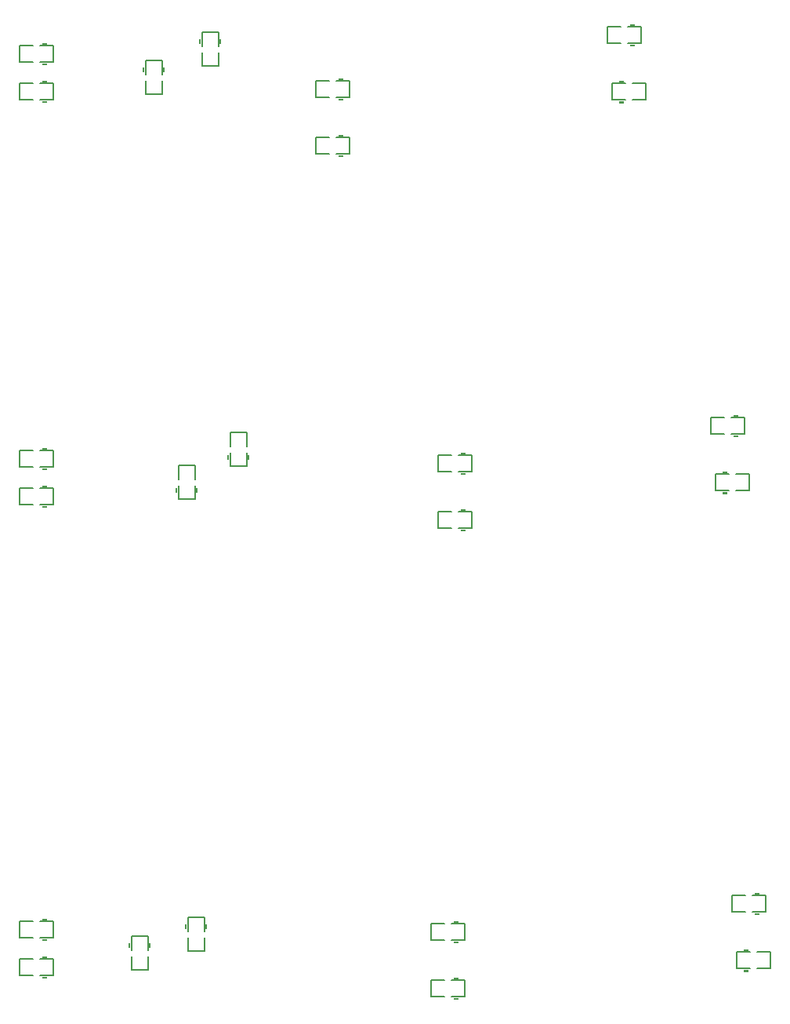
<source format=gbo>
%FSLAX24Y24*%
%MOIN*%
G70*
G01*
G75*
%ADD10R,0.0866X0.0236*%
%ADD11R,0.0409X0.0150*%
%ADD12R,0.0236X0.0866*%
%ADD13R,0.0433X0.0394*%
%ADD14R,0.0787X0.0472*%
%ADD15R,0.0866X0.0236*%
%ADD16R,0.0591X0.0512*%
%ADD17R,0.0480X0.0169*%
%ADD18O,0.0480X0.0169*%
%ADD19R,0.1024X0.1614*%
%ADD20R,0.0394X0.0236*%
%ADD21R,0.1240X0.1360*%
%ADD22R,0.0315X0.1417*%
%ADD23R,0.0709X0.0630*%
%ADD24R,0.0394X0.0433*%
%ADD25R,0.0551X0.0236*%
%ADD26O,0.0409X0.0150*%
%ADD27R,0.0630X0.0709*%
%ADD28R,0.0512X0.0591*%
%ADD29R,0.0610X0.0236*%
%ADD30R,0.0150X0.0409*%
%ADD31O,0.0150X0.0409*%
%ADD32C,0.0160*%
%ADD33C,0.0100*%
%ADD34C,0.0300*%
%ADD35C,0.0200*%
%ADD36C,0.0120*%
%ADD37C,0.0591*%
%ADD38R,0.0591X0.0591*%
%ADD39C,0.0750*%
%ADD40C,0.0700*%
%ADD41C,0.0866*%
%ADD42C,0.1575*%
%ADD43C,0.0591*%
%ADD44C,0.0250*%
%ADD45C,0.0080*%
%ADD46C,0.0098*%
%ADD47C,0.0079*%
%ADD48C,0.0070*%
%ADD49C,0.0039*%
%ADD50C,0.0020*%
%ADD51R,0.0197X0.0079*%
%ADD52R,0.0157X0.0197*%
%ADD53R,0.0079X0.0197*%
%ADD54R,0.0197X0.0079*%
%ADD55R,0.0197X0.0157*%
D47*
X63738Y65354D02*
X64309D01*
X63738Y64646D02*
X64309D01*
Y65354D01*
X62891Y64646D02*
Y65354D01*
X63462D01*
X62891Y64646D02*
X63462D01*
X63091Y62246D02*
X63662D01*
X63091Y62954D02*
X63662D01*
X63091Y62246D02*
Y62954D01*
X64509Y62246D02*
Y62954D01*
X63938Y62246D02*
X64509D01*
X63938Y62954D02*
X64509D01*
X52138Y61354D02*
X52709D01*
X52138Y60646D02*
X52709D01*
Y61354D01*
X51291Y60646D02*
Y61354D01*
X51862D01*
X51291Y60646D02*
X51862D01*
X52138Y63754D02*
X52709D01*
X52138Y63046D02*
X52709D01*
Y63754D01*
X51291Y63046D02*
Y63754D01*
X51862D01*
X51291Y63046D02*
X51862D01*
X40246Y62738D02*
Y63309D01*
X40954Y62738D02*
Y63309D01*
X40246D02*
X40954D01*
X40246Y61891D02*
X40954D01*
X40246D02*
Y62462D01*
X40954Y61891D02*
Y62462D01*
X42446Y64138D02*
Y64709D01*
X43154Y64138D02*
Y64709D01*
X42446D02*
X43154D01*
X42446Y63291D02*
X43154D01*
X42446D02*
Y63862D01*
X43154Y63291D02*
Y63862D01*
X34338Y63954D02*
X34909D01*
X34338Y63246D02*
X34909D01*
Y63954D01*
X33491Y63246D02*
Y63954D01*
X34062D01*
X33491Y63246D02*
X34062D01*
X34338Y62354D02*
X34909D01*
X34338Y61646D02*
X34909D01*
Y62354D01*
X33491Y61646D02*
Y62354D01*
X34062D01*
X33491Y61646D02*
X34062D01*
X34338Y43954D02*
X34909D01*
X34338Y43246D02*
X34909D01*
Y43954D01*
X33491Y43246D02*
Y43954D01*
X34062D01*
X33491Y43246D02*
X34062D01*
X34338Y42354D02*
X34909D01*
X34338Y41646D02*
X34909D01*
Y42354D01*
X33491Y41646D02*
Y42354D01*
X34062D01*
X33491Y41646D02*
X34062D01*
X33491Y78846D02*
X34062D01*
X33491Y79554D02*
X34062D01*
X33491Y78846D02*
Y79554D01*
X34909Y78846D02*
Y79554D01*
X34338Y78846D02*
X34909D01*
X34338Y79554D02*
X34909D01*
X33491Y80446D02*
X34062D01*
X33491Y81154D02*
X34062D01*
X33491Y80446D02*
Y81154D01*
X34909Y80446D02*
Y81154D01*
X34338Y80446D02*
X34909D01*
X34338Y81154D02*
X34909D01*
X40646Y43538D02*
Y44109D01*
X41354Y43538D02*
Y44109D01*
X40646D02*
X41354D01*
X40646Y42691D02*
X41354D01*
X40646D02*
Y43262D01*
X41354Y42691D02*
Y43262D01*
X38246Y42738D02*
Y43309D01*
X38954Y42738D02*
Y43309D01*
X38246D02*
X38954D01*
X38246Y41891D02*
X38954D01*
X38246D02*
Y42462D01*
X38954Y41891D02*
Y42462D01*
X46938Y79654D02*
X47509D01*
X46938Y78946D02*
X47509D01*
Y79654D01*
X46091Y78946D02*
Y79654D01*
X46662D01*
X46091Y78946D02*
X46662D01*
X46938Y77254D02*
X47509D01*
X46938Y76546D02*
X47509D01*
Y77254D01*
X46091Y76546D02*
Y77254D01*
X46662D01*
X46091Y76546D02*
X46662D01*
X51838Y43854D02*
X52409D01*
X51838Y43146D02*
X52409D01*
Y43854D01*
X50991Y43146D02*
Y43854D01*
X51562D01*
X50991Y43146D02*
X51562D01*
X51838Y41454D02*
X52409D01*
X51838Y40746D02*
X52409D01*
Y41454D01*
X50991Y40746D02*
Y41454D01*
X51562D01*
X50991Y40746D02*
X51562D01*
X58691Y78846D02*
X59262D01*
X58691Y79554D02*
X59262D01*
X58691Y78846D02*
Y79554D01*
X60109Y78846D02*
Y79554D01*
X59538Y78846D02*
X60109D01*
X59538Y79554D02*
X60109D01*
X59338Y81954D02*
X59909D01*
X59338Y81246D02*
X59909D01*
Y81954D01*
X58491Y81246D02*
Y81954D01*
X59062D01*
X58491Y81246D02*
X59062D01*
X63991Y41946D02*
X64562D01*
X63991Y42654D02*
X64562D01*
X63991Y41946D02*
Y42654D01*
X65409Y41946D02*
Y42654D01*
X64838Y41946D02*
X65409D01*
X64838Y42654D02*
X65409D01*
X64638Y45054D02*
X65209D01*
X64638Y44346D02*
X65209D01*
Y45054D01*
X63791Y44346D02*
Y45054D01*
X64362D01*
X63791Y44346D02*
X64362D01*
X41246Y81138D02*
Y81709D01*
X41954Y81138D02*
Y81709D01*
X41246D02*
X41954D01*
X41246Y80291D02*
X41954D01*
X41246D02*
Y80862D01*
X41954Y80291D02*
Y80862D01*
X38846Y79938D02*
Y80509D01*
X39554Y79938D02*
Y80509D01*
X38846D02*
X39554D01*
X38846Y79091D02*
X39554D01*
X38846D02*
Y79662D01*
X39554Y79091D02*
Y79662D01*
D50*
X63377Y63004D02*
Y63063D01*
X63554Y63063D01*
Y63004D01*
X63377Y63004D01*
X63393Y63020D02*
X63393Y63046D01*
X63538D01*
X63538Y63020D01*
X63393D01*
X63410Y63028D02*
X63521Y63038D01*
X63377Y62137D02*
Y62196D01*
X63554Y62196D01*
Y62137D01*
X63377Y62137D01*
X63393Y62154D02*
X63393Y62180D01*
X63538D01*
X63538Y62154D01*
X63393D01*
X63410Y62162D02*
X63521Y62172D01*
X58977Y79604D02*
Y79663D01*
X59154Y79663D01*
Y79604D01*
X58977Y79604D01*
X58993Y79620D02*
X58993Y79646D01*
X59138D01*
X59138Y79620D01*
X58993D01*
X59010Y79628D02*
X59121Y79638D01*
X58977Y78737D02*
Y78796D01*
X59154Y78796D01*
Y78737D01*
X58977Y78737D01*
X58993Y78754D02*
X58993Y78780D01*
X59138D01*
X59138Y78754D01*
X58993D01*
X59010Y78762D02*
X59121Y78772D01*
X64277Y42704D02*
Y42763D01*
X64454Y42763D01*
Y42704D01*
X64277Y42704D01*
X64293Y42720D02*
X64293Y42746D01*
X64438D01*
X64438Y42720D01*
X64293D01*
X64310Y42728D02*
X64421Y42738D01*
X64277Y41837D02*
Y41896D01*
X64454Y41896D01*
Y41837D01*
X64277Y41837D01*
X64293Y41854D02*
X64293Y41880D01*
X64438D01*
X64438Y41854D01*
X64293D01*
X64310Y41862D02*
X64421Y41872D01*
D51*
X63935Y64567D02*
D03*
Y65433D02*
D03*
X52335Y60567D02*
D03*
Y61433D02*
D03*
X52335Y62967D02*
D03*
Y63833D02*
D03*
X34535Y63167D02*
D03*
Y64033D02*
D03*
Y61567D02*
D03*
Y62433D02*
D03*
X34535Y43167D02*
D03*
Y44033D02*
D03*
Y41567D02*
D03*
Y42433D02*
D03*
Y79633D02*
D03*
Y78767D02*
D03*
Y81233D02*
D03*
Y80367D02*
D03*
X47135Y78867D02*
D03*
Y79733D02*
D03*
Y76467D02*
D03*
Y77333D02*
D03*
X52035Y43067D02*
D03*
Y43933D02*
D03*
Y40667D02*
D03*
Y41533D02*
D03*
X59535Y81167D02*
D03*
Y82033D02*
D03*
X64835Y44267D02*
D03*
Y45133D02*
D03*
D53*
X41033Y62265D02*
D03*
X40167D02*
D03*
X43233Y63665D02*
D03*
X42367Y63665D02*
D03*
X41433Y43735D02*
D03*
X40567Y43735D02*
D03*
X39033Y42935D02*
D03*
X38167D02*
D03*
X42033Y81335D02*
D03*
X41167D02*
D03*
X39633Y80135D02*
D03*
X38767D02*
D03*
M02*

</source>
